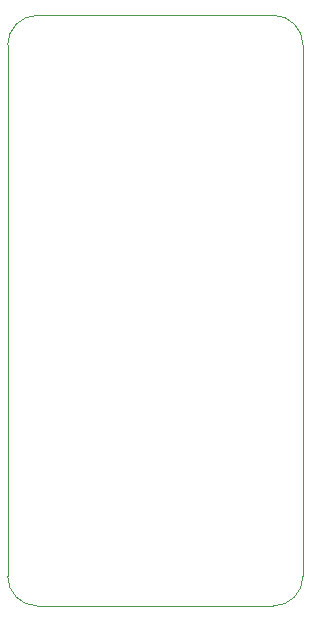
<source format=gbr>
G04 #@! TF.GenerationSoftware,KiCad,Pcbnew,(5.1.4)-1*
G04 #@! TF.CreationDate,2021-05-12T10:10:47-04:00*
G04 #@! TF.ProjectId,QAZ_IS31FL3746A_breakoutboard,51415a5f-4953-4333-9146-4c3337343641,rev?*
G04 #@! TF.SameCoordinates,Original*
G04 #@! TF.FileFunction,Profile,NP*
%FSLAX46Y46*%
G04 Gerber Fmt 4.6, Leading zero omitted, Abs format (unit mm)*
G04 Created by KiCad (PCBNEW (5.1.4)-1) date 2021-05-12 10:10:47*
%MOMM*%
%LPD*%
G04 APERTURE LIST*
%ADD10C,0.050000*%
G04 APERTURE END LIST*
D10*
X152000000Y-74000000D02*
X152000000Y-76500000D01*
X127000000Y-31500000D02*
X127000000Y-56500000D01*
X152000000Y-31500000D02*
X152000000Y-56500000D01*
X149500000Y-79000000D02*
X129500000Y-79000000D01*
X127000000Y-76500000D02*
X127000000Y-56500000D01*
X129500000Y-29000000D02*
X149500000Y-29000000D01*
X152000000Y-56500000D02*
X152000000Y-74000000D01*
X129500000Y-79000000D02*
G75*
G02X127000000Y-76500000I0J2500000D01*
G01*
X152000000Y-76500000D02*
G75*
G02X149500000Y-79000000I-2500000J0D01*
G01*
X149500000Y-29000000D02*
G75*
G02X152000000Y-31500000I0J-2500000D01*
G01*
X127000000Y-31500000D02*
G75*
G02X129500000Y-29000000I2500000J0D01*
G01*
M02*

</source>
